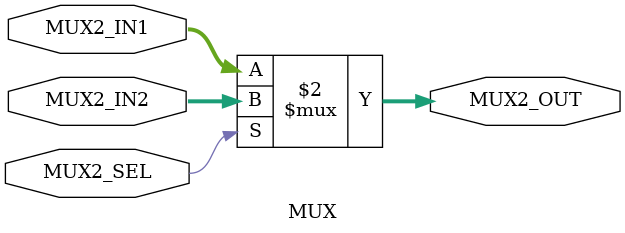
<source format=v>
`include "defines.v"

module MUX (MUX2_IN1, MUX2_IN2, MUX2_SEL, MUX2_OUT);
    
    parameter LENGTH = 0;
    input MUX2_SEL;
    input [LENGTH-1:0] MUX2_IN1, MUX2_IN2;
    output [LENGTH-1:0] MUX2_OUT;

    assign MUX2_OUT = (MUX2_SEL == 0) ? MUX2_IN1 : MUX2_IN2;

endmodule
</source>
